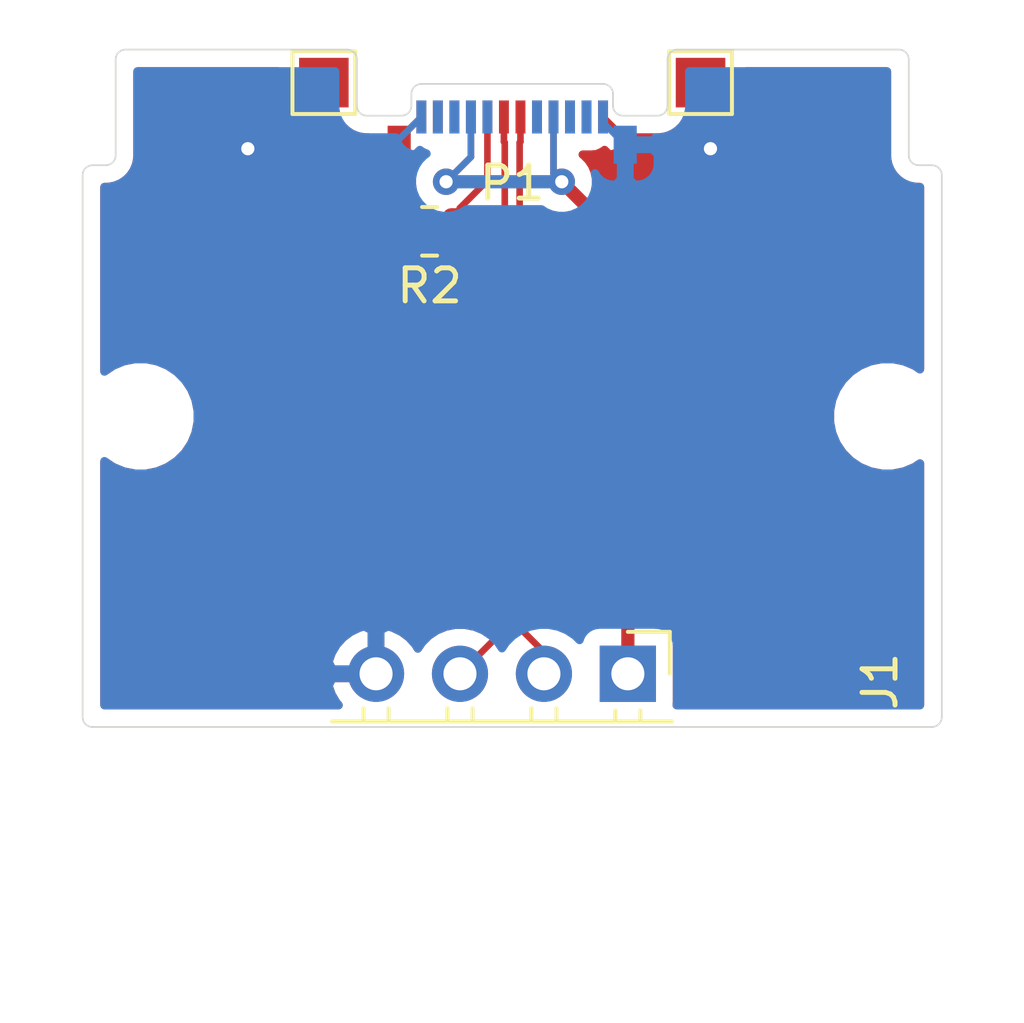
<source format=kicad_pcb>
(kicad_pcb (version 20171130) (host pcbnew "(5.1.10)-1")

  (general
    (thickness 0.8)
    (drawings 25)
    (tracks 35)
    (zones 0)
    (modules 7)
    (nets 7)
  )

  (page A4)
  (layers
    (0 F.Cu signal)
    (31 B.Cu signal)
    (32 B.Adhes user)
    (33 F.Adhes user)
    (34 B.Paste user)
    (35 F.Paste user)
    (36 B.SilkS user)
    (37 F.SilkS user)
    (38 B.Mask user)
    (39 F.Mask user)
    (40 Dwgs.User user)
    (41 Cmts.User user)
    (42 Eco1.User user)
    (43 Eco2.User user)
    (44 Edge.Cuts user)
    (45 Margin user)
    (46 B.CrtYd user hide)
    (47 F.CrtYd user)
    (48 B.Fab user)
    (49 F.Fab user hide)
  )

  (setup
    (last_trace_width 0.2)
    (user_trace_width 0.2)
    (user_trace_width 0.3)
    (user_trace_width 0.4)
    (user_trace_width 0.5)
    (trace_clearance 0.2)
    (zone_clearance 0.508)
    (zone_45_only no)
    (trace_min 0.2)
    (via_size 0.8)
    (via_drill 0.4)
    (via_min_size 0.4)
    (via_min_drill 0.3)
    (uvia_size 0.3)
    (uvia_drill 0.1)
    (uvias_allowed no)
    (uvia_min_size 0.2)
    (uvia_min_drill 0.1)
    (edge_width 0.05)
    (segment_width 0.2)
    (pcb_text_width 0.3)
    (pcb_text_size 1.5 1.5)
    (mod_edge_width 0.12)
    (mod_text_size 1 1)
    (mod_text_width 0.15)
    (pad_size 1.524 1.524)
    (pad_drill 0.762)
    (pad_to_mask_clearance 0)
    (aux_axis_origin 0 0)
    (visible_elements 7FFFFFFF)
    (pcbplotparams
      (layerselection 0x010fc_ffffffff)
      (usegerberextensions false)
      (usegerberattributes true)
      (usegerberadvancedattributes true)
      (creategerberjobfile true)
      (excludeedgelayer true)
      (linewidth 0.100000)
      (plotframeref false)
      (viasonmask false)
      (mode 1)
      (useauxorigin false)
      (hpglpennumber 1)
      (hpglpenspeed 20)
      (hpglpendiameter 15.000000)
      (psnegative false)
      (psa4output false)
      (plotreference true)
      (plotvalue true)
      (plotinvisibletext false)
      (padsonsilk false)
      (subtractmaskfromsilk false)
      (outputformat 1)
      (mirror false)
      (drillshape 0)
      (scaleselection 1)
      (outputdirectory "C:/Users/Josh/Documents/ExpansionCards-main/Design Files/Complete Design Files/USB 2.0 Breakout/Gerbers/"))
  )

  (net 0 "")
  (net 1 VCONN)
  (net 2 D-)
  (net 3 D+)
  (net 4 CC)
  (net 5 VBUS)
  (net 6 Earth)

  (net_class Default "This is the default net class."
    (clearance 0.2)
    (trace_width 0.25)
    (via_dia 0.8)
    (via_drill 0.4)
    (uvia_dia 0.3)
    (uvia_drill 0.1)
    (add_net CC)
    (add_net D+)
    (add_net D-)
    (add_net Earth)
    (add_net VBUS)
    (add_net VCONN)
  )

  (module MountingHole:MountingHole_2.2mm_M2 (layer F.Cu) (tedit 56D1B4CB) (tstamp 62920A18)
    (at 191.75 70.6)
    (descr "Mounting Hole 2.2mm, no annular, M2")
    (tags "mounting hole 2.2mm no annular m2")
    (path /5FDB1A76)
    (attr virtual)
    (fp_text reference H1 (at 0.0225 -1.974) (layer F.SilkS) hide
      (effects (font (size 0.5842 0.5842) (thickness 0.1016)))
    )
    (fp_text value MountingHole (at 0 3.2) (layer F.Fab)
      (effects (font (size 1 1) (thickness 0.15)))
    )
    (fp_text user %R (at 0.3 0) (layer F.Fab)
      (effects (font (size 1 1) (thickness 0.15)))
    )
    (fp_circle (center 0 0) (end 2.45 0) (layer F.CrtYd) (width 0.05))
    (fp_circle (center 0 0) (end 2.2 0) (layer Cmts.User) (width 0.15))
    (pad 1 np_thru_hole circle (at 0 0) (size 2.2 2.2) (drill 2.2) (layers *.Cu *.Mask))
  )

  (module MountingHole:MountingHole_2.2mm_M2 (layer F.Cu) (tedit 56D1B4CB) (tstamp 62920A11)
    (at 214.35 70.6)
    (descr "Mounting Hole 2.2mm, no annular, M2")
    (tags "mounting hole 2.2mm no annular m2")
    (path /5FDB2FCE)
    (attr virtual)
    (fp_text reference H2 (at 0.0125 -1.974) (layer F.SilkS) hide
      (effects (font (size 0.5842 0.5842) (thickness 0.1016)))
    )
    (fp_text value MountingHole (at 0 3.2) (layer F.Fab)
      (effects (font (size 1 1) (thickness 0.15)))
    )
    (fp_text user %R (at 0.3 0) (layer F.Fab)
      (effects (font (size 1 1) (thickness 0.15)))
    )
    (fp_circle (center 0 0) (end 2.45 0) (layer F.CrtYd) (width 0.05))
    (fp_circle (center 0 0) (end 2.2 0) (layer Cmts.User) (width 0.15))
    (pad 1 np_thru_hole circle (at 0 0) (size 2.2 2.2) (drill 2.2) (layers *.Cu *.Mask))
  )

  (module TestPoint:TestPoint_Pad_1.5x1.5mm (layer F.Cu) (tedit 5A0F774F) (tstamp 629206A7)
    (at 208.7 60.5)
    (descr "SMD rectangular pad as test Point, square 1.5mm side length")
    (tags "test point SMD pad rectangle square")
    (path /60A9B29C)
    (attr virtual)
    (fp_text reference TP3 (at 0 -1.648) (layer F.SilkS) hide
      (effects (font (size 1 1) (thickness 0.15)))
    )
    (fp_text value TestPoint (at 0 -2.778) (layer F.Fab)
      (effects (font (size 0.5 0.5) (thickness 0.075)))
    )
    (fp_line (start 1.25 1.25) (end -1.25 1.25) (layer F.CrtYd) (width 0.05))
    (fp_line (start 1.25 1.25) (end 1.25 -1.25) (layer F.CrtYd) (width 0.05))
    (fp_line (start -1.25 -1.25) (end -1.25 1.25) (layer F.CrtYd) (width 0.05))
    (fp_line (start -1.25 -1.25) (end 1.25 -1.25) (layer F.CrtYd) (width 0.05))
    (fp_line (start -0.95 0.95) (end -0.95 -0.95) (layer F.SilkS) (width 0.12))
    (fp_line (start 0.95 0.95) (end -0.95 0.95) (layer F.SilkS) (width 0.12))
    (fp_line (start 0.95 -0.95) (end 0.95 0.95) (layer F.SilkS) (width 0.12))
    (fp_line (start -0.95 -0.95) (end 0.95 -0.95) (layer F.SilkS) (width 0.12))
    (fp_text user %R (at 0 0.016) (layer F.Fab)
      (effects (font (size 0.5 0.5) (thickness 0.075)))
    )
    (pad 1 smd rect (at 0 0) (size 1.5 1.5) (layers F.Cu F.Mask))
  )

  (module TestPoint:TestPoint_Pad_1.5x1.5mm (layer F.Cu) (tedit 5A0F774F) (tstamp 6292069A)
    (at 197.3 60.5)
    (descr "SMD rectangular pad as test Point, square 1.5mm side length")
    (tags "test point SMD pad rectangle square")
    (path /60A3AF50)
    (attr virtual)
    (fp_text reference TP1 (at 0 -1.648) (layer F.SilkS) hide
      (effects (font (size 1 1) (thickness 0.15)))
    )
    (fp_text value TestPoint (at 0.066 -2.778) (layer F.Fab)
      (effects (font (size 0.5 0.5) (thickness 0.075)))
    )
    (fp_line (start 1.25 1.25) (end -1.25 1.25) (layer F.CrtYd) (width 0.05))
    (fp_line (start 1.25 1.25) (end 1.25 -1.25) (layer F.CrtYd) (width 0.05))
    (fp_line (start -1.25 -1.25) (end -1.25 1.25) (layer F.CrtYd) (width 0.05))
    (fp_line (start -1.25 -1.25) (end 1.25 -1.25) (layer F.CrtYd) (width 0.05))
    (fp_line (start -0.95 0.95) (end -0.95 -0.95) (layer F.SilkS) (width 0.12))
    (fp_line (start 0.95 0.95) (end -0.95 0.95) (layer F.SilkS) (width 0.12))
    (fp_line (start 0.95 -0.95) (end 0.95 0.95) (layer F.SilkS) (width 0.12))
    (fp_line (start -0.95 -0.95) (end 0.95 -0.95) (layer F.SilkS) (width 0.12))
    (fp_text user %R (at 0.066 0.016) (layer F.Fab)
      (effects (font (size 0.5 0.5) (thickness 0.075)))
    )
    (pad 1 smd rect (at 0 0) (size 1.5 1.5) (layers F.Cu F.Mask))
  )

  (module Connector_PinHeader_2.54mm:PinHeader_1x04_P2.54mm_Horizontal (layer F.Cu) (tedit 625A1135) (tstamp 625A28C2)
    (at 206.5 78.39 270)
    (descr "Through hole angled pin header, 1x04, 2.54mm pitch, 6mm pin length, single row")
    (tags "Through hole angled pin header THT 1x04 2.54mm single row")
    (path /625A3B3A)
    (fp_text reference J1 (at 0.23 -7.63 270) (layer F.SilkS)
      (effects (font (size 1 1) (thickness 0.15)))
    )
    (fp_text value Conn_01x04 (at 4.385 9.89 270) (layer F.Fab)
      (effects (font (size 1 1) (thickness 0.15)))
    )
    (fp_line (start 10.55 -1.8) (end -1.8 -1.8) (layer F.CrtYd) (width 0.05))
    (fp_line (start 10.55 9.4) (end 10.55 -1.8) (layer F.CrtYd) (width 0.05))
    (fp_line (start -1.8 9.4) (end 10.55 9.4) (layer F.CrtYd) (width 0.05))
    (fp_line (start -1.8 -1.8) (end -1.8 9.4) (layer F.CrtYd) (width 0.05))
    (fp_line (start -1.27 -1.27) (end 0 -1.27) (layer F.SilkS) (width 0.12))
    (fp_line (start -1.27 0) (end -1.27 -1.27) (layer F.SilkS) (width 0.12))
    (fp_line (start 1.042929 8) (end 1.44 8) (layer F.SilkS) (width 0.12))
    (fp_line (start 1.042929 7.24) (end 1.44 7.24) (layer F.SilkS) (width 0.12))
    (fp_line (start 1.042929 5.46) (end 1.44 5.46) (layer F.SilkS) (width 0.12))
    (fp_line (start 1.042929 4.7) (end 1.44 4.7) (layer F.SilkS) (width 0.12))
    (fp_line (start 1.042929 2.92) (end 1.44 2.92) (layer F.SilkS) (width 0.12))
    (fp_line (start 1.042929 2.16) (end 1.44 2.16) (layer F.SilkS) (width 0.12))
    (fp_line (start 1.11 0.38) (end 1.44 0.38) (layer F.SilkS) (width 0.12))
    (fp_line (start 1.11 -0.38) (end 1.44 -0.38) (layer F.SilkS) (width 0.12))
    (fp_line (start 1.44 -1.33) (end 1.44 8.95) (layer F.SilkS) (width 0.12))
    (fp_line (start 4.04 7.94) (end 10.04 7.94) (layer F.Fab) (width 0.1))
    (fp_line (start 10.04 7.3) (end 10.04 7.94) (layer F.Fab) (width 0.1))
    (fp_line (start 4.04 7.3) (end 10.04 7.3) (layer F.Fab) (width 0.1))
    (fp_line (start -0.32 7.94) (end 1.5 7.94) (layer F.Fab) (width 0.1))
    (fp_line (start -0.32 7.3) (end -0.32 7.94) (layer F.Fab) (width 0.1))
    (fp_line (start -0.32 7.3) (end 1.5 7.3) (layer F.Fab) (width 0.1))
    (fp_line (start 4.04 5.4) (end 10.04 5.4) (layer F.Fab) (width 0.1))
    (fp_line (start 10.04 4.76) (end 10.04 5.4) (layer F.Fab) (width 0.1))
    (fp_line (start 4.04 4.76) (end 10.04 4.76) (layer F.Fab) (width 0.1))
    (fp_line (start -0.32 5.4) (end 1.5 5.4) (layer F.Fab) (width 0.1))
    (fp_line (start -0.32 4.76) (end -0.32 5.4) (layer F.Fab) (width 0.1))
    (fp_line (start -0.32 4.76) (end 1.5 4.76) (layer F.Fab) (width 0.1))
    (fp_line (start 4.04 2.86) (end 10.04 2.86) (layer F.Fab) (width 0.1))
    (fp_line (start 10.04 2.22) (end 10.04 2.86) (layer F.Fab) (width 0.1))
    (fp_line (start 4.04 2.22) (end 10.04 2.22) (layer F.Fab) (width 0.1))
    (fp_line (start -0.32 2.86) (end 1.5 2.86) (layer F.Fab) (width 0.1))
    (fp_line (start -0.32 2.22) (end -0.32 2.86) (layer F.Fab) (width 0.1))
    (fp_line (start -0.32 2.22) (end 1.5 2.22) (layer F.Fab) (width 0.1))
    (fp_line (start 4.04 0.32) (end 10.04 0.32) (layer F.Fab) (width 0.1))
    (fp_line (start 10.04 -0.32) (end 10.04 0.32) (layer F.Fab) (width 0.1))
    (fp_line (start 4.04 -0.32) (end 10.04 -0.32) (layer F.Fab) (width 0.1))
    (fp_line (start -0.32 0.32) (end 1.5 0.32) (layer F.Fab) (width 0.1))
    (fp_line (start -0.32 -0.32) (end -0.32 0.32) (layer F.Fab) (width 0.1))
    (fp_line (start -0.32 -0.32) (end 1.5 -0.32) (layer F.Fab) (width 0.1))
    (fp_line (start 1.5 -0.635) (end 2.135 -1.27) (layer F.Fab) (width 0.1))
    (fp_line (start 1.5 8.89) (end 1.5 -0.635) (layer F.Fab) (width 0.1))
    (fp_line (start 4.04 8.89) (end 1.5 8.89) (layer F.Fab) (width 0.1))
    (fp_line (start 4.04 -1.27) (end 4.04 8.89) (layer F.Fab) (width 0.1))
    (fp_line (start 2.135 -1.27) (end 4.04 -1.27) (layer F.Fab) (width 0.1))
    (fp_text user %R (at 2.77 3.81) (layer F.Fab)
      (effects (font (size 1 1) (thickness 0.15)))
    )
    (pad 1 thru_hole rect (at 0 0 270) (size 1.7 1.7) (drill 1) (layers *.Cu *.Mask)
      (net 5 VBUS))
    (pad 2 thru_hole oval (at 0 2.54 270) (size 1.7 1.7) (drill 1) (layers *.Cu *.Mask)
      (net 2 D-))
    (pad 3 thru_hole oval (at 0 5.08 270) (size 1.7 1.7) (drill 1) (layers *.Cu *.Mask)
      (net 3 D+))
    (pad 4 thru_hole oval (at 0 7.62 270) (size 1.7 1.7) (drill 1) (layers *.Cu *.Mask)
      (net 6 Earth))
    (model ${KISYS3DMOD}/Connector_PinHeader_2.54mm.3dshapes/PinHeader_1x04_P2.54mm_Horizontal.wrl
      (at (xyz 0 0 0))
      (scale (xyz 1 1 1))
      (rotate (xyz 0 0 0))
    )
  )

  (module Expansion_Card:USB_C_Plug_Molex_105444 (layer F.Cu) (tedit 6291838C) (tstamp 629207C3)
    (at 203 61.5)
    (descr "Universal Serial Bus (USB) Shielded I/O Plug, Type C, Right Angle, Surface Mount, http://www.molex.com/pdm_docs/sd/1054440001_sd.pdf")
    (tags "USB Type-C Plug Edge Mount")
    (path /61D8EF08)
    (attr smd)
    (fp_text reference P1 (at 0 2.04) (layer F.SilkS)
      (effects (font (size 1 1) (thickness 0.15)))
    )
    (fp_text value USB_C_Plug_USB2.0 (at 0 -1.96) (layer F.Fab)
      (effects (font (size 1 1) (thickness 0.15)))
    )
    (fp_line (start -4.3 1.96) (end -4.3 -1.46) (layer F.CrtYd) (width 0.05))
    (fp_line (start 3.35 0) (end 4.3 0) (layer Eco1.User) (width 0.1))
    (fp_line (start 3.05 -0.66) (end 3.05 -0.3) (layer Eco1.User) (width 0.1))
    (fp_line (start -2.75 -0.96) (end 2.75 -0.96) (layer Eco1.User) (width 0.1))
    (fp_line (start -3.05 -0.66) (end -3.05 -0.3) (layer Eco1.User) (width 0.1))
    (fp_line (start -3.35 0) (end -4.3 0) (layer Eco1.User) (width 0.1))
    (fp_line (start 3.35 0) (end 4.3 0) (layer Edge.Cuts) (width 0.05))
    (fp_line (start 3.05 -0.66) (end 3.05 -0.3) (layer Edge.Cuts) (width 0.05))
    (fp_line (start -2.75 -0.96) (end 2.75 -0.96) (layer Edge.Cuts) (width 0.05))
    (fp_line (start -3.05 -0.66) (end -3.05 -0.3) (layer Edge.Cuts) (width 0.05))
    (fp_line (start -3.35 0) (end -4.3 0) (layer Edge.Cuts) (width 0.05))
    (fp_line (start 4.3 1.96) (end 4.3 -1.46) (layer F.CrtYd) (width 0.05))
    (fp_line (start 4.3 -1.46) (end -4.3 -1.46) (layer F.CrtYd) (width 0.05))
    (fp_line (start 4.3 1.96) (end -4.3 1.96) (layer F.CrtYd) (width 0.05))
    (fp_arc (start -3.35 -0.3) (end -3.05 -0.3) (angle 90) (layer Eco1.User) (width 0.1))
    (fp_arc (start 3.35 -0.3) (end 3.35 0) (angle 90) (layer Eco1.User) (width 0.1))
    (fp_arc (start -2.75 -0.66) (end -3.05 -0.66) (angle 90) (layer Eco1.User) (width 0.1))
    (fp_arc (start 2.75 -0.66) (end 2.75 -0.96) (angle 90) (layer Eco1.User) (width 0.1))
    (fp_arc (start -3.35 -0.3) (end -3.05 -0.3) (angle 90) (layer Edge.Cuts) (width 0.05))
    (fp_arc (start 3.35 -0.3) (end 3.35 0) (angle 90) (layer Edge.Cuts) (width 0.05))
    (fp_arc (start -2.75 -0.66) (end -3.05 -0.66) (angle 90) (layer Edge.Cuts) (width 0.05))
    (fp_arc (start 2.75 -0.66) (end 2.75 -0.96) (angle 90) (layer Edge.Cuts) (width 0.05))
    (fp_text user "PCB Edge" (at 0 -0.96) (layer Dwgs.User)
      (effects (font (size 0.5 0.5) (thickness 0.08)))
    )
    (fp_text user %R (at 0 2.04) (layer F.Fab)
      (effects (font (size 1 1) (thickness 0.1)))
    )
    (pad B12 smd rect (at -2.75 0.04) (size 0.3 1) (layers B.Cu B.Paste B.Mask)
      (net 6 Earth))
    (pad B11 smd rect (at -2.25 0.04) (size 0.3 1) (layers B.Cu B.Paste B.Mask))
    (pad B10 smd rect (at -1.75 0.04) (size 0.3 1) (layers B.Cu B.Paste B.Mask))
    (pad B9 smd rect (at -1.25 0.04) (size 0.3 1) (layers B.Cu B.Paste B.Mask)
      (net 5 VBUS))
    (pad B8 smd rect (at -0.75 0.04) (size 0.3 1) (layers B.Cu B.Paste B.Mask))
    (pad B5 smd rect (at 0.75 0.04) (size 0.3 1) (layers B.Cu B.Paste B.Mask)
      (net 1 VCONN))
    (pad B4 smd rect (at 1.25 0.04) (size 0.3 1) (layers B.Cu B.Paste B.Mask)
      (net 5 VBUS))
    (pad B3 smd rect (at 1.75 0.04) (size 0.3 1) (layers B.Cu B.Paste B.Mask))
    (pad B2 smd rect (at 2.25 0.04) (size 0.3 1) (layers B.Cu B.Paste B.Mask))
    (pad B1 smd rect (at 2.75 0.04) (size 0.3 1) (layers B.Cu B.Paste B.Mask)
      (net 6 Earth))
    (pad S1 smd rect (at 3.42 0.88) (size 0.7 1.15) (layers B.Cu B.Paste B.Mask)
      (net 6 Earth))
    (pad S1 smd rect (at -3.42 0.88) (size 0.7 1.15) (layers F.Cu F.Paste F.Mask)
      (net 6 Earth))
    (pad A12 smd rect (at 2.75 0.04) (size 0.3 1) (layers F.Cu F.Paste F.Mask)
      (net 6 Earth))
    (pad A11 smd rect (at 2.25 0.04) (size 0.3 1) (layers F.Cu F.Paste F.Mask))
    (pad A10 smd rect (at 1.75 0.04) (size 0.3 1) (layers F.Cu F.Paste F.Mask))
    (pad A9 smd rect (at 1.25 0.04) (size 0.3 1) (layers F.Cu F.Paste F.Mask)
      (net 5 VBUS))
    (pad A8 smd rect (at 0.75 0.04) (size 0.3 1) (layers F.Cu F.Paste F.Mask))
    (pad A7 smd rect (at 0.25 0.04) (size 0.3 1) (layers F.Cu F.Paste F.Mask)
      (net 2 D-))
    (pad A6 smd rect (at -0.25 0.04) (size 0.3 1) (layers F.Cu F.Paste F.Mask)
      (net 3 D+))
    (pad A5 smd rect (at -0.75 0.04) (size 0.3 1) (layers F.Cu F.Paste F.Mask)
      (net 4 CC))
    (pad A4 smd rect (at -1.25 0.04) (size 0.3 1) (layers F.Cu F.Paste F.Mask)
      (net 5 VBUS))
    (pad A3 smd rect (at -1.75 0.04) (size 0.3 1) (layers F.Cu F.Paste F.Mask))
    (pad A2 smd rect (at -2.25 0.04) (size 0.3 1) (layers F.Cu F.Paste F.Mask))
    (pad A1 smd rect (at -2.75 0.04) (size 0.3 1) (layers F.Cu F.Paste F.Mask)
      (net 6 Earth))
    (model ${KISYS3DMOD}/Connector_USB.3dshapes/USB_C_Plug_Molex_105444.wrl
      (at (xyz 0 0 0))
      (scale (xyz 1 1 1))
      (rotate (xyz 0 0 0))
    )
  )

  (module Resistor_SMD:R_0805_2012Metric (layer F.Cu) (tedit 5F68FEEE) (tstamp 629207F6)
    (at 200.5 65 180)
    (descr "Resistor SMD 0805 (2012 Metric), square (rectangular) end terminal, IPC_7351 nominal, (Body size source: IPC-SM-782 page 72, https://www.pcb-3d.com/wordpress/wp-content/uploads/ipc-sm-782a_amendment_1_and_2.pdf), generated with kicad-footprint-generator")
    (tags resistor)
    (path /61D9034B)
    (attr smd)
    (fp_text reference R2 (at 0 -1.65) (layer F.SilkS)
      (effects (font (size 1 1) (thickness 0.15)))
    )
    (fp_text value "5.1k Pull-down" (at 0 1.65) (layer F.Fab)
      (effects (font (size 1 1) (thickness 0.15)))
    )
    (fp_line (start 1.68 0.95) (end -1.68 0.95) (layer F.CrtYd) (width 0.05))
    (fp_line (start 1.68 -0.95) (end 1.68 0.95) (layer F.CrtYd) (width 0.05))
    (fp_line (start -1.68 -0.95) (end 1.68 -0.95) (layer F.CrtYd) (width 0.05))
    (fp_line (start -1.68 0.95) (end -1.68 -0.95) (layer F.CrtYd) (width 0.05))
    (fp_line (start -0.227064 0.735) (end 0.227064 0.735) (layer F.SilkS) (width 0.12))
    (fp_line (start -0.227064 -0.735) (end 0.227064 -0.735) (layer F.SilkS) (width 0.12))
    (fp_line (start 1 0.625) (end -1 0.625) (layer F.Fab) (width 0.1))
    (fp_line (start 1 -0.625) (end 1 0.625) (layer F.Fab) (width 0.1))
    (fp_line (start -1 -0.625) (end 1 -0.625) (layer F.Fab) (width 0.1))
    (fp_line (start -1 0.625) (end -1 -0.625) (layer F.Fab) (width 0.1))
    (fp_text user %R (at 0 0) (layer F.Fab)
      (effects (font (size 0.5 0.5) (thickness 0.08)))
    )
    (pad 1 smd roundrect (at -0.9125 0 180) (size 1.025 1.4) (layers F.Cu F.Paste F.Mask) (roundrect_rratio 0.243902)
      (net 4 CC))
    (pad 2 smd roundrect (at 0.9125 0 180) (size 1.025 1.4) (layers F.Cu F.Paste F.Mask) (roundrect_rratio 0.243902)
      (net 6 Earth))
    (model ${KISYS3DMOD}/Resistor_SMD.3dshapes/R_0805_2012Metric.wrl
      (at (xyz 0 0 0))
      (scale (xyz 1 1 1))
      (rotate (xyz 0 0 0))
    )
  )

  (gr_line (start 190.3 63) (end 190.7 63) (layer Edge.Cuts) (width 0.05) (tstamp 62920699))
  (gr_line (start 190.3 80) (end 215.7 80) (layer Edge.Cuts) (width 0.05) (tstamp 62920698))
  (gr_arc (start 208 59.8) (end 208 59.5) (angle -90) (layer Edge.Cuts) (width 0.05) (tstamp 62920697))
  (gr_arc (start 215.7 63.3) (end 215.7 63) (angle 90) (layer Edge.Cuts) (width 0.05) (tstamp 62920696))
  (gr_arc (start 191.3 59.8) (end 191.3 59.5) (angle -90) (layer Edge.Cuts) (width 0.05) (tstamp 62920695))
  (gr_line (start 191 62.7) (end 191 59.8) (layer Edge.Cuts) (width 0.05) (tstamp 62920694))
  (gr_line (start 198.3 61.2) (end 198.3 59.8) (layer Edge.Cuts) (width 0.05) (tstamp 62920693))
  (gr_line (start 215.3 63) (end 215.7 63) (layer Edge.Cuts) (width 0.05) (tstamp 62920692))
  (gr_arc (start 215.7 79.7) (end 215.7 80) (angle -90) (layer Edge.Cuts) (width 0.05) (tstamp 62920691))
  (gr_line (start 207.3 61.5) (end 207.4 61.5) (layer Edge.Cuts) (width 0.05) (tstamp 62920690))
  (gr_arc (start 190.3 63.3) (end 190 63.3) (angle 90) (layer Edge.Cuts) (width 0.05) (tstamp 6292068F))
  (gr_arc (start 190.3 79.7) (end 190 79.7) (angle -90) (layer Edge.Cuts) (width 0.05) (tstamp 6292068E))
  (gr_arc (start 198.6 61.2) (end 198.3 61.2) (angle -90) (layer Edge.Cuts) (width 0.05) (tstamp 6292068D))
  (gr_line (start 215 62.7) (end 215 59.8) (layer Edge.Cuts) (width 0.05) (tstamp 6292068C))
  (gr_line (start 190 63.3) (end 190 79.7) (layer Edge.Cuts) (width 0.05) (tstamp 6292068B))
  (gr_arc (start 198 59.8) (end 198.3 59.8) (angle -90) (layer Edge.Cuts) (width 0.05) (tstamp 6292068A))
  (gr_arc (start 214.7 59.8) (end 215 59.8) (angle -90) (layer Edge.Cuts) (width 0.05) (tstamp 62920689))
  (gr_line (start 208 59.5) (end 214.7 59.5) (layer Edge.Cuts) (width 0.05) (tstamp 62920688))
  (gr_line (start 207.7 61.2) (end 207.7 59.8) (layer Edge.Cuts) (width 0.05) (tstamp 62920687))
  (gr_line (start 198 59.5) (end 191.3 59.5) (layer Edge.Cuts) (width 0.05) (tstamp 62920686))
  (gr_arc (start 215.3 62.7) (end 215.3 63) (angle 90) (layer Edge.Cuts) (width 0.05) (tstamp 62920685))
  (gr_arc (start 207.4 61.2) (end 207.4 61.5) (angle -90) (layer Edge.Cuts) (width 0.05) (tstamp 62920684))
  (gr_arc (start 190.7 62.7) (end 191 62.7) (angle 90) (layer Edge.Cuts) (width 0.05) (tstamp 62920683))
  (gr_line (start 216 63.3) (end 216 79.7) (layer Edge.Cuts) (width 0.05) (tstamp 62920682))
  (gr_line (start 198.6 61.5) (end 198.7 61.5) (layer Edge.Cuts) (width 0.05) (tstamp 62920681))

  (segment (start 203.25 62.290001) (end 203.225 62.315001) (width 0.2) (layer F.Cu) (net 2))
  (segment (start 203.25 61.54) (end 203.25 62.290001) (width 0.2) (layer F.Cu) (net 2))
  (segment (start 203.225 62.315001) (end 203.225 77) (width 0.2) (layer F.Cu) (net 2))
  (segment (start 203.96 77.735) (end 203.225 77) (width 0.2) (layer F.Cu) (net 2))
  (segment (start 203.96 78.39) (end 203.96 77.735) (width 0.2) (layer F.Cu) (net 2))
  (segment (start 202.75 62.290001) (end 202.75 61.54) (width 0.2) (layer F.Cu) (net 3))
  (segment (start 202.775 62.315001) (end 202.75 62.290001) (width 0.2) (layer F.Cu) (net 3))
  (segment (start 202.775 77.035) (end 202.775 62.315001) (width 0.2) (layer F.Cu) (net 3))
  (segment (start 201.42 78.39) (end 202.775 77.035) (width 0.2) (layer F.Cu) (net 3))
  (segment (start 202.25 63.4625) (end 202.25 61.54) (width 0.2) (layer F.Cu) (net 4))
  (segment (start 201.4125 64.3) (end 202.25 63.4625) (width 0.2) (layer F.Cu) (net 4))
  (segment (start 201.4125 65) (end 201.4125 64.3) (width 0.2) (layer F.Cu) (net 4))
  (via (at 201 63.5) (size 0.8) (drill 0.4) (layers F.Cu B.Cu) (net 5))
  (segment (start 201.75 62.75) (end 201 63.5) (width 0.2) (layer F.Cu) (net 5))
  (segment (start 201.75 61.54) (end 201.75 62.75) (width 0.2) (layer F.Cu) (net 5))
  (segment (start 201.75 62.75) (end 201.75 61.54) (width 0.2) (layer B.Cu) (net 5))
  (segment (start 201 63.5) (end 201.75 62.75) (width 0.2) (layer B.Cu) (net 5))
  (via (at 204.5 63.5) (size 0.8) (drill 0.4) (layers F.Cu B.Cu) (net 5))
  (segment (start 204.25 63.25) (end 204.5 63.5) (width 0.2) (layer B.Cu) (net 5))
  (segment (start 204.25 61.54) (end 204.25 63.25) (width 0.2) (layer B.Cu) (net 5))
  (segment (start 204.25 63.25) (end 204.25 61.54) (width 0.2) (layer F.Cu) (net 5))
  (segment (start 204.5 63.5) (end 204.25 63.25) (width 0.2) (layer F.Cu) (net 5))
  (segment (start 204.5 63.5) (end 201 63.5) (width 0.4) (layer B.Cu) (net 5))
  (segment (start 206.5 65.5) (end 204.5 63.5) (width 0.4) (layer F.Cu) (net 5))
  (segment (start 206.5 78.39) (end 206.5 65.5) (width 0.4) (layer F.Cu) (net 5))
  (segment (start 205.75 61.71) (end 206.42 62.38) (width 0.2) (layer B.Cu) (net 6))
  (segment (start 205.75 61.54) (end 205.75 61.71) (width 0.2) (layer B.Cu) (net 6))
  (via (at 195 62.5) (size 0.8) (drill 0.4) (layers F.Cu B.Cu) (net 6))
  (segment (start 199.29 62.5) (end 195 62.5) (width 0.2) (layer B.Cu) (net 6))
  (segment (start 200.25 61.54) (end 199.29 62.5) (width 0.2) (layer B.Cu) (net 6))
  (segment (start 199.58 62.21) (end 200.25 61.54) (width 0.2) (layer F.Cu) (net 6))
  (segment (start 199.58 62.38) (end 199.58 62.21) (width 0.2) (layer F.Cu) (net 6))
  (via (at 209 62.5) (size 0.8) (drill 0.4) (layers F.Cu B.Cu) (net 6))
  (segment (start 206.71 62.5) (end 209 62.5) (width 0.2) (layer F.Cu) (net 6))
  (segment (start 205.75 61.54) (end 206.71 62.5) (width 0.2) (layer F.Cu) (net 6))

  (zone (net 6) (net_name Earth) (layer F.Cu) (tstamp 0) (hatch edge 0.508)
    (connect_pads (clearance 0.508))
    (min_thickness 0.254)
    (fill yes (arc_segments 32) (thermal_gap 0.508) (thermal_bridge_width 0.508))
    (polygon
      (pts
        (xy 218.5 81.5) (xy 187.5 82) (xy 188 58) (xy 218 58)
      )
    )
    (filled_polygon
      (pts
        (xy 214.34 62.732418) (xy 214.342735 62.760188) (xy 214.342723 62.76191) (xy 214.343622 62.771082) (xy 214.346579 62.799216)
        (xy 214.34955 62.829382) (xy 214.350189 62.831488) (xy 214.361777 62.88794) (xy 214.37298 62.94667) (xy 214.375644 62.955492)
        (xy 214.392958 63.011424) (xy 214.416131 63.066551) (xy 214.438548 63.122034) (xy 214.442875 63.130171) (xy 214.470723 63.181674)
        (xy 214.504153 63.231234) (xy 214.536927 63.281319) (xy 214.542752 63.28846) (xy 214.580073 63.333572) (xy 214.622509 63.375713)
        (xy 214.664372 63.418462) (xy 214.671473 63.424336) (xy 214.716846 63.461341) (xy 214.766654 63.494433) (xy 214.816019 63.528235)
        (xy 214.824125 63.532618) (xy 214.875821 63.560106) (xy 214.931107 63.582894) (xy 214.986113 63.60647) (xy 214.99491 63.609192)
        (xy 214.994912 63.609193) (xy 214.994914 63.609193) (xy 214.994916 63.609194) (xy 215.050967 63.626117) (xy 215.10962 63.637731)
        (xy 215.168165 63.650175) (xy 215.170529 63.650423) (xy 215.170617 63.65045) (xy 215.173254 63.65071) (xy 215.17733 63.651138)
        (xy 215.2356 63.656851) (xy 215.235608 63.656851) (xy 215.267581 63.66) (xy 215.34 63.66) (xy 215.34 69.17483)
        (xy 215.171831 69.062463) (xy 214.856081 68.931675) (xy 214.520883 68.865) (xy 214.179117 68.865) (xy 213.843919 68.931675)
        (xy 213.528169 69.062463) (xy 213.244002 69.252337) (xy 213.002337 69.494002) (xy 212.812463 69.778169) (xy 212.681675 70.093919)
        (xy 212.615 70.429117) (xy 212.615 70.770883) (xy 212.681675 71.106081) (xy 212.812463 71.421831) (xy 213.002337 71.705998)
        (xy 213.244002 71.947663) (xy 213.528169 72.137537) (xy 213.843919 72.268325) (xy 214.179117 72.335) (xy 214.520883 72.335)
        (xy 214.856081 72.268325) (xy 215.171831 72.137537) (xy 215.340001 72.02517) (xy 215.340001 79.34) (xy 207.978223 79.34)
        (xy 207.988072 79.24) (xy 207.988072 77.54) (xy 207.975812 77.415518) (xy 207.939502 77.29582) (xy 207.880537 77.185506)
        (xy 207.801185 77.088815) (xy 207.704494 77.009463) (xy 207.59418 76.950498) (xy 207.474482 76.914188) (xy 207.35 76.901928)
        (xy 207.335 76.901928) (xy 207.335 65.541018) (xy 207.33904 65.499999) (xy 207.322918 65.336311) (xy 207.275172 65.178913)
        (xy 207.197636 65.033854) (xy 207.155356 64.982336) (xy 207.093291 64.906709) (xy 207.061427 64.880559) (xy 205.524093 63.343225)
        (xy 205.495226 63.198102) (xy 205.417205 63.009744) (xy 205.303937 62.840226) (xy 205.159774 62.696063) (xy 205.132848 62.678072)
        (xy 205.4 62.678072) (xy 205.504058 62.667824) (xy 205.56825 62.675) (xy 205.600497 62.642753) (xy 205.64418 62.629502)
        (xy 205.754494 62.570537) (xy 205.794475 62.537725) (xy 205.93175 62.675) (xy 206.036609 62.663277) (xy 206.155579 62.62465)
        (xy 206.264728 62.563555) (xy 206.35986 62.48234) (xy 206.43732 62.384126) (xy 206.494131 62.272688) (xy 206.52594 62.16)
        (xy 207.432419 62.16) (xy 207.460189 62.157265) (xy 207.46191 62.157277) (xy 207.471082 62.156378) (xy 207.499201 62.153423)
        (xy 207.529383 62.15045) (xy 207.531491 62.14981) (xy 207.58794 62.138223) (xy 207.64667 62.12702) (xy 207.655486 62.124358)
        (xy 207.65549 62.124357) (xy 207.655493 62.124356) (xy 207.711424 62.107042) (xy 207.766551 62.083869) (xy 207.822034 62.061452)
        (xy 207.830171 62.057125) (xy 207.881674 62.029277) (xy 207.931234 61.995847) (xy 207.981319 61.963073) (xy 207.98846 61.957248)
        (xy 208.033572 61.919927) (xy 208.065205 61.888072) (xy 209.45 61.888072) (xy 209.574482 61.875812) (xy 209.69418 61.839502)
        (xy 209.804494 61.780537) (xy 209.901185 61.701185) (xy 209.980537 61.604494) (xy 210.039502 61.49418) (xy 210.075812 61.374482)
        (xy 210.088072 61.25) (xy 210.088072 60.16) (xy 214.340001 60.16)
      )
    )
    (filled_polygon
      (pts
        (xy 195.911928 61.25) (xy 195.924188 61.374482) (xy 195.960498 61.49418) (xy 196.019463 61.604494) (xy 196.098815 61.701185)
        (xy 196.195506 61.780537) (xy 196.30582 61.839502) (xy 196.425518 61.875812) (xy 196.55 61.888072) (xy 197.934612 61.888072)
        (xy 197.964372 61.918462) (xy 197.971473 61.924336) (xy 198.016846 61.961341) (xy 198.066654 61.994433) (xy 198.116019 62.028235)
        (xy 198.124125 62.032618) (xy 198.175821 62.060106) (xy 198.231107 62.082894) (xy 198.286113 62.10647) (xy 198.29491 62.109192)
        (xy 198.294912 62.109193) (xy 198.294914 62.109193) (xy 198.294916 62.109194) (xy 198.350967 62.126117) (xy 198.40962 62.137731)
        (xy 198.468165 62.150175) (xy 198.470529 62.150423) (xy 198.470617 62.15045) (xy 198.473254 62.15071) (xy 198.47733 62.151138)
        (xy 198.5356 62.156851) (xy 198.535608 62.156851) (xy 198.567581 62.16) (xy 198.66075 62.16) (xy 198.75375 62.253)
        (xy 199.453 62.253) (xy 199.453 62.233) (xy 199.494666 62.233) (xy 199.505869 62.272688) (xy 199.56268 62.384126)
        (xy 199.64014 62.48234) (xy 199.707 62.539419) (xy 199.707 63.43125) (xy 199.86575 63.59) (xy 199.93 63.593072)
        (xy 199.965 63.589625) (xy 199.965 63.601939) (xy 199.977263 63.663591) (xy 199.87325 63.665) (xy 199.7145 63.82375)
        (xy 199.7145 64.873) (xy 199.7345 64.873) (xy 199.7345 65.127) (xy 199.7145 65.127) (xy 199.7145 66.17625)
        (xy 199.87325 66.335) (xy 200.1 66.338072) (xy 200.224482 66.325812) (xy 200.34418 66.289502) (xy 200.454494 66.230537)
        (xy 200.551185 66.151185) (xy 200.575363 66.121724) (xy 200.656613 66.188405) (xy 200.810149 66.270472) (xy 200.976745 66.321008)
        (xy 201.149999 66.338072) (xy 201.675001 66.338072) (xy 201.848255 66.321008) (xy 202.014851 66.270472) (xy 202.040001 66.257029)
        (xy 202.04 76.730553) (xy 201.815897 76.954656) (xy 201.56626 76.905) (xy 201.27374 76.905) (xy 200.986842 76.962068)
        (xy 200.716589 77.07401) (xy 200.473368 77.236525) (xy 200.266525 77.443368) (xy 200.144805 77.625534) (xy 200.075178 77.508645)
        (xy 199.880269 77.292412) (xy 199.64692 77.118359) (xy 199.384099 76.993175) (xy 199.23689 76.948524) (xy 199.007 77.069845)
        (xy 199.007 78.263) (xy 199.027 78.263) (xy 199.027 78.517) (xy 199.007 78.517) (xy 199.007 78.537)
        (xy 198.753 78.537) (xy 198.753 78.517) (xy 197.559186 78.517) (xy 197.438519 78.746891) (xy 197.535843 79.021252)
        (xy 197.684822 79.271355) (xy 197.746698 79.34) (xy 190.66 79.34) (xy 190.66 78.033109) (xy 197.438519 78.033109)
        (xy 197.559186 78.263) (xy 198.753 78.263) (xy 198.753 77.069845) (xy 198.52311 76.948524) (xy 198.375901 76.993175)
        (xy 198.11308 77.118359) (xy 197.879731 77.292412) (xy 197.684822 77.508645) (xy 197.535843 77.758748) (xy 197.438519 78.033109)
        (xy 190.66 78.033109) (xy 190.66 71.958353) (xy 190.928169 72.137537) (xy 191.243919 72.268325) (xy 191.579117 72.335)
        (xy 191.920883 72.335) (xy 192.256081 72.268325) (xy 192.571831 72.137537) (xy 192.855998 71.947663) (xy 193.097663 71.705998)
        (xy 193.287537 71.421831) (xy 193.418325 71.106081) (xy 193.485 70.770883) (xy 193.485 70.429117) (xy 193.418325 70.093919)
        (xy 193.287537 69.778169) (xy 193.097663 69.494002) (xy 192.855998 69.252337) (xy 192.571831 69.062463) (xy 192.256081 68.931675)
        (xy 191.920883 68.865) (xy 191.579117 68.865) (xy 191.243919 68.931675) (xy 190.928169 69.062463) (xy 190.66 69.241647)
        (xy 190.66 65.7) (xy 198.436928 65.7) (xy 198.449188 65.824482) (xy 198.485498 65.94418) (xy 198.544463 66.054494)
        (xy 198.623815 66.151185) (xy 198.720506 66.230537) (xy 198.83082 66.289502) (xy 198.950518 66.325812) (xy 199.075 66.338072)
        (xy 199.30175 66.335) (xy 199.4605 66.17625) (xy 199.4605 65.127) (xy 198.59875 65.127) (xy 198.44 65.28575)
        (xy 198.436928 65.7) (xy 190.66 65.7) (xy 190.66 64.3) (xy 198.436928 64.3) (xy 198.44 64.71425)
        (xy 198.59875 64.873) (xy 199.4605 64.873) (xy 199.4605 63.82375) (xy 199.30175 63.665) (xy 199.075 63.661928)
        (xy 198.950518 63.674188) (xy 198.83082 63.710498) (xy 198.720506 63.769463) (xy 198.623815 63.848815) (xy 198.544463 63.945506)
        (xy 198.485498 64.05582) (xy 198.449188 64.175518) (xy 198.436928 64.3) (xy 190.66 64.3) (xy 190.66 63.66)
        (xy 190.732419 63.66) (xy 190.760189 63.657265) (xy 190.76191 63.657277) (xy 190.771082 63.656378) (xy 190.799201 63.653423)
        (xy 190.829383 63.65045) (xy 190.831491 63.64981) (xy 190.88794 63.638223) (xy 190.94667 63.62702) (xy 190.955486 63.624358)
        (xy 190.95549 63.624357) (xy 190.955493 63.624356) (xy 191.011424 63.607042) (xy 191.066551 63.583869) (xy 191.122034 63.561452)
        (xy 191.130171 63.557125) (xy 191.181674 63.529277) (xy 191.231234 63.495847) (xy 191.281319 63.463073) (xy 191.28846 63.457248)
        (xy 191.333572 63.419927) (xy 191.375713 63.377491) (xy 191.418462 63.335628) (xy 191.424336 63.328527) (xy 191.461341 63.283154)
        (xy 191.494433 63.233346) (xy 191.528235 63.183981) (xy 191.532618 63.175875) (xy 191.560106 63.124179) (xy 191.582894 63.068893)
        (xy 191.60647 63.013887) (xy 191.609194 63.005084) (xy 191.624315 62.955) (xy 198.591928 62.955) (xy 198.604188 63.079482)
        (xy 198.640498 63.19918) (xy 198.699463 63.309494) (xy 198.778815 63.406185) (xy 198.875506 63.485537) (xy 198.98582 63.544502)
        (xy 199.105518 63.580812) (xy 199.23 63.593072) (xy 199.29425 63.59) (xy 199.453 63.43125) (xy 199.453 62.507)
        (xy 198.75375 62.507) (xy 198.595 62.66575) (xy 198.591928 62.955) (xy 191.624315 62.955) (xy 191.626117 62.949033)
        (xy 191.637731 62.89038) (xy 191.650175 62.831835) (xy 191.650423 62.829471) (xy 191.65045 62.829383) (xy 191.65071 62.826746)
        (xy 191.651138 62.82267) (xy 191.656851 62.7644) (xy 191.656851 62.764392) (xy 191.66 62.732419) (xy 191.66 60.16)
        (xy 195.911928 60.16)
      )
    )
  )
  (zone (net 6) (net_name Earth) (layer B.Cu) (tstamp 0) (hatch edge 0.508)
    (connect_pads (clearance 0.508))
    (min_thickness 0.254)
    (fill yes (arc_segments 32) (thermal_gap 0.508) (thermal_bridge_width 0.508))
    (polygon
      (pts
        (xy 218.5 81.5) (xy 187.5 82) (xy 189 58) (xy 218 58)
      )
    )
    (filled_polygon
      (pts
        (xy 197.64 61.232418) (xy 197.642735 61.260188) (xy 197.642723 61.26191) (xy 197.643622 61.271082) (xy 197.646579 61.299216)
        (xy 197.64955 61.329382) (xy 197.650189 61.331488) (xy 197.661777 61.38794) (xy 197.67298 61.44667) (xy 197.675644 61.455492)
        (xy 197.692958 61.511424) (xy 197.716131 61.566551) (xy 197.738548 61.622034) (xy 197.742875 61.630171) (xy 197.770723 61.681674)
        (xy 197.804153 61.731234) (xy 197.836927 61.781319) (xy 197.842752 61.78846) (xy 197.880073 61.833572) (xy 197.922509 61.875713)
        (xy 197.964372 61.918462) (xy 197.971473 61.924336) (xy 198.016846 61.961341) (xy 198.066654 61.994433) (xy 198.116019 62.028235)
        (xy 198.124125 62.032618) (xy 198.175821 62.060106) (xy 198.231107 62.082894) (xy 198.286113 62.10647) (xy 198.29491 62.109192)
        (xy 198.294912 62.109193) (xy 198.294914 62.109193) (xy 198.294916 62.109194) (xy 198.350967 62.126117) (xy 198.40962 62.137731)
        (xy 198.468165 62.150175) (xy 198.470529 62.150423) (xy 198.470617 62.15045) (xy 198.473254 62.15071) (xy 198.47733 62.151138)
        (xy 198.5356 62.156851) (xy 198.535608 62.156851) (xy 198.567581 62.16) (xy 199.47406 62.16) (xy 199.505869 62.272688)
        (xy 199.56268 62.384126) (xy 199.64014 62.48234) (xy 199.735272 62.563555) (xy 199.844421 62.62465) (xy 199.963391 62.663277)
        (xy 200.06825 62.675) (xy 200.205525 62.537725) (xy 200.245506 62.570537) (xy 200.35582 62.629502) (xy 200.399503 62.642753)
        (xy 200.407717 62.650967) (xy 200.340226 62.696063) (xy 200.196063 62.840226) (xy 200.082795 63.009744) (xy 200.004774 63.198102)
        (xy 199.965 63.398061) (xy 199.965 63.601939) (xy 200.004774 63.801898) (xy 200.082795 63.990256) (xy 200.196063 64.159774)
        (xy 200.340226 64.303937) (xy 200.509744 64.417205) (xy 200.698102 64.495226) (xy 200.898061 64.535) (xy 201.101939 64.535)
        (xy 201.301898 64.495226) (xy 201.490256 64.417205) (xy 201.613285 64.335) (xy 203.886715 64.335) (xy 204.009744 64.417205)
        (xy 204.198102 64.495226) (xy 204.398061 64.535) (xy 204.601939 64.535) (xy 204.801898 64.495226) (xy 204.990256 64.417205)
        (xy 205.159774 64.303937) (xy 205.303937 64.159774) (xy 205.417205 63.990256) (xy 205.495226 63.801898) (xy 205.535 63.601939)
        (xy 205.535 63.398061) (xy 205.504297 63.243703) (xy 205.539463 63.309494) (xy 205.618815 63.406185) (xy 205.715506 63.485537)
        (xy 205.82582 63.544502) (xy 205.945518 63.580812) (xy 206.07 63.593072) (xy 206.13425 63.59) (xy 206.293 63.43125)
        (xy 206.293 62.539419) (xy 206.330974 62.507) (xy 206.547 62.507) (xy 206.547 63.43125) (xy 206.70575 63.59)
        (xy 206.77 63.593072) (xy 206.894482 63.580812) (xy 207.01418 63.544502) (xy 207.124494 63.485537) (xy 207.221185 63.406185)
        (xy 207.300537 63.309494) (xy 207.359502 63.19918) (xy 207.395812 63.079482) (xy 207.408072 62.955) (xy 207.405 62.66575)
        (xy 207.24625 62.507) (xy 206.547 62.507) (xy 206.330974 62.507) (xy 206.35986 62.48234) (xy 206.43732 62.384126)
        (xy 206.494131 62.272688) (xy 206.505334 62.233) (xy 206.547 62.233) (xy 206.547 62.253) (xy 207.24625 62.253)
        (xy 207.33925 62.16) (xy 207.432419 62.16) (xy 207.460189 62.157265) (xy 207.46191 62.157277) (xy 207.471082 62.156378)
        (xy 207.499201 62.153423) (xy 207.529383 62.15045) (xy 207.531491 62.14981) (xy 207.58794 62.138223) (xy 207.64667 62.12702)
        (xy 207.655486 62.124358) (xy 207.65549 62.124357) (xy 207.655493 62.124356) (xy 207.711424 62.107042) (xy 207.766551 62.083869)
        (xy 207.822034 62.061452) (xy 207.830171 62.057125) (xy 207.881674 62.029277) (xy 207.931234 61.995847) (xy 207.981319 61.963073)
        (xy 207.98846 61.957248) (xy 208.033572 61.919927) (xy 208.075713 61.877491) (xy 208.118462 61.835628) (xy 208.124336 61.828527)
        (xy 208.161341 61.783154) (xy 208.194433 61.733346) (xy 208.228235 61.683981) (xy 208.232618 61.675875) (xy 208.260106 61.624179)
        (xy 208.282894 61.568893) (xy 208.30647 61.513887) (xy 208.309194 61.505084) (xy 208.326117 61.449033) (xy 208.337731 61.39038)
        (xy 208.350175 61.331835) (xy 208.350423 61.329471) (xy 208.35045 61.329383) (xy 208.35071 61.326746) (xy 208.351138 61.32267)
        (xy 208.356851 61.2644) (xy 208.356851 61.264392) (xy 208.36 61.232419) (xy 208.36 60.16) (xy 214.340001 60.16)
        (xy 214.34 62.732418) (xy 214.342735 62.760188) (xy 214.342723 62.76191) (xy 214.343622 62.771082) (xy 214.346579 62.799216)
        (xy 214.34955 62.829382) (xy 214.350189 62.831488) (xy 214.361777 62.88794) (xy 214.37298 62.94667) (xy 214.375644 62.955492)
        (xy 214.392958 63.011424) (xy 214.416131 63.066551) (xy 214.438548 63.122034) (xy 214.442875 63.130171) (xy 214.470723 63.181674)
        (xy 214.504153 63.231234) (xy 214.536927 63.281319) (xy 214.542752 63.28846) (xy 214.580073 63.333572) (xy 214.622509 63.375713)
        (xy 214.664372 63.418462) (xy 214.671473 63.424336) (xy 214.716846 63.461341) (xy 214.766654 63.494433) (xy 214.816019 63.528235)
        (xy 214.824125 63.532618) (xy 214.875821 63.560106) (xy 214.931107 63.582894) (xy 214.986113 63.60647) (xy 214.99491 63.609192)
        (xy 214.994912 63.609193) (xy 214.994914 63.609193) (xy 214.994916 63.609194) (xy 215.050967 63.626117) (xy 215.10962 63.637731)
        (xy 215.168165 63.650175) (xy 215.170529 63.650423) (xy 215.170617 63.65045) (xy 215.173254 63.65071) (xy 215.17733 63.651138)
        (xy 215.2356 63.656851) (xy 215.235608 63.656851) (xy 215.267581 63.66) (xy 215.34 63.66) (xy 215.34 69.17483)
        (xy 215.171831 69.062463) (xy 214.856081 68.931675) (xy 214.520883 68.865) (xy 214.179117 68.865) (xy 213.843919 68.931675)
        (xy 213.528169 69.062463) (xy 213.244002 69.252337) (xy 213.002337 69.494002) (xy 212.812463 69.778169) (xy 212.681675 70.093919)
        (xy 212.615 70.429117) (xy 212.615 70.770883) (xy 212.681675 71.106081) (xy 212.812463 71.421831) (xy 213.002337 71.705998)
        (xy 213.244002 71.947663) (xy 213.528169 72.137537) (xy 213.843919 72.268325) (xy 214.179117 72.335) (xy 214.520883 72.335)
        (xy 214.856081 72.268325) (xy 215.171831 72.137537) (xy 215.340001 72.02517) (xy 215.340001 79.34) (xy 207.978223 79.34)
        (xy 207.988072 79.24) (xy 207.988072 77.54) (xy 207.975812 77.415518) (xy 207.939502 77.29582) (xy 207.880537 77.185506)
        (xy 207.801185 77.088815) (xy 207.704494 77.009463) (xy 207.59418 76.950498) (xy 207.474482 76.914188) (xy 207.35 76.901928)
        (xy 205.65 76.901928) (xy 205.525518 76.914188) (xy 205.40582 76.950498) (xy 205.295506 77.009463) (xy 205.198815 77.088815)
        (xy 205.119463 77.185506) (xy 205.060498 77.29582) (xy 205.038487 77.36838) (xy 204.906632 77.236525) (xy 204.663411 77.07401)
        (xy 204.393158 76.962068) (xy 204.10626 76.905) (xy 203.81374 76.905) (xy 203.526842 76.962068) (xy 203.256589 77.07401)
        (xy 203.013368 77.236525) (xy 202.806525 77.443368) (xy 202.69 77.61776) (xy 202.573475 77.443368) (xy 202.366632 77.236525)
        (xy 202.123411 77.07401) (xy 201.853158 76.962068) (xy 201.56626 76.905) (xy 201.27374 76.905) (xy 200.986842 76.962068)
        (xy 200.716589 77.07401) (xy 200.473368 77.236525) (xy 200.266525 77.443368) (xy 200.144805 77.625534) (xy 200.075178 77.508645)
        (xy 199.880269 77.292412) (xy 199.64692 77.118359) (xy 199.384099 76.993175) (xy 199.23689 76.948524) (xy 199.007 77.069845)
        (xy 199.007 78.263) (xy 199.027 78.263) (xy 199.027 78.517) (xy 199.007 78.517) (xy 199.007 78.537)
        (xy 198.753 78.537) (xy 198.753 78.517) (xy 197.559186 78.517) (xy 197.438519 78.746891) (xy 197.535843 79.021252)
        (xy 197.684822 79.271355) (xy 197.746698 79.34) (xy 190.66 79.34) (xy 190.66 78.033109) (xy 197.438519 78.033109)
        (xy 197.559186 78.263) (xy 198.753 78.263) (xy 198.753 77.069845) (xy 198.52311 76.948524) (xy 198.375901 76.993175)
        (xy 198.11308 77.118359) (xy 197.879731 77.292412) (xy 197.684822 77.508645) (xy 197.535843 77.758748) (xy 197.438519 78.033109)
        (xy 190.66 78.033109) (xy 190.66 71.958353) (xy 190.928169 72.137537) (xy 191.243919 72.268325) (xy 191.579117 72.335)
        (xy 191.920883 72.335) (xy 192.256081 72.268325) (xy 192.571831 72.137537) (xy 192.855998 71.947663) (xy 193.097663 71.705998)
        (xy 193.287537 71.421831) (xy 193.418325 71.106081) (xy 193.485 70.770883) (xy 193.485 70.429117) (xy 193.418325 70.093919)
        (xy 193.287537 69.778169) (xy 193.097663 69.494002) (xy 192.855998 69.252337) (xy 192.571831 69.062463) (xy 192.256081 68.931675)
        (xy 191.920883 68.865) (xy 191.579117 68.865) (xy 191.243919 68.931675) (xy 190.928169 69.062463) (xy 190.66 69.241647)
        (xy 190.66 63.66) (xy 190.732419 63.66) (xy 190.760189 63.657265) (xy 190.76191 63.657277) (xy 190.771082 63.656378)
        (xy 190.799201 63.653423) (xy 190.829383 63.65045) (xy 190.831491 63.64981) (xy 190.88794 63.638223) (xy 190.94667 63.62702)
        (xy 190.955486 63.624358) (xy 190.95549 63.624357) (xy 190.955493 63.624356) (xy 191.011424 63.607042) (xy 191.066551 63.583869)
        (xy 191.122034 63.561452) (xy 191.130171 63.557125) (xy 191.181674 63.529277) (xy 191.231234 63.495847) (xy 191.281319 63.463073)
        (xy 191.28846 63.457248) (xy 191.333572 63.419927) (xy 191.375713 63.377491) (xy 191.418462 63.335628) (xy 191.424336 63.328527)
        (xy 191.461341 63.283154) (xy 191.494433 63.233346) (xy 191.528235 63.183981) (xy 191.532618 63.175875) (xy 191.560106 63.124179)
        (xy 191.582894 63.068893) (xy 191.60647 63.013887) (xy 191.609194 63.005084) (xy 191.626117 62.949033) (xy 191.637731 62.89038)
        (xy 191.650175 62.831835) (xy 191.650423 62.829471) (xy 191.65045 62.829383) (xy 191.65071 62.826746) (xy 191.651138 62.82267)
        (xy 191.656851 62.7644) (xy 191.656851 62.764392) (xy 191.66 62.732419) (xy 191.66 60.16) (xy 197.640001 60.16)
      )
    )
  )
)

</source>
